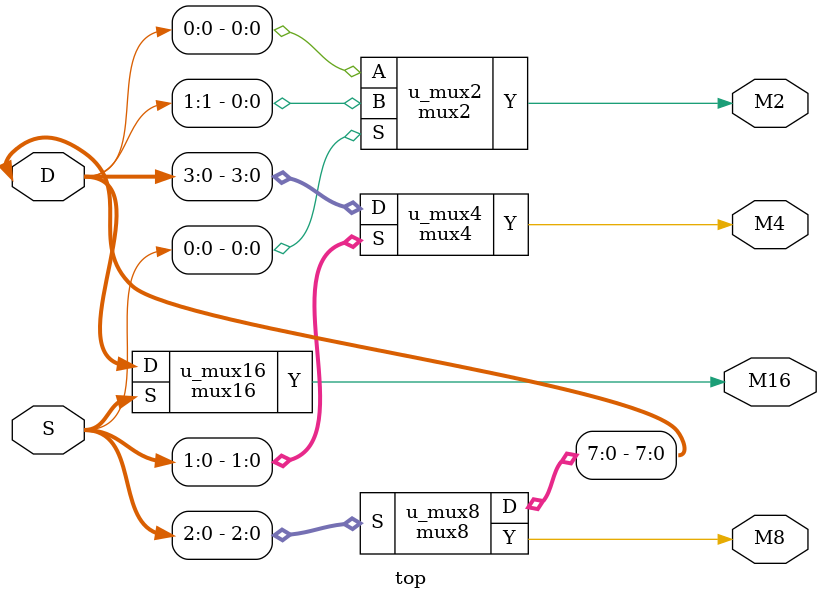
<source format=v>
module mux2 (S,A,B,Y);
    input S;
    input A,B;
    output reg Y;
`ifndef BUG

    always @(*)
		Y = (S)? B : A;
`else

    always @(*)
		Y = (~S)? B : A;
`endif
endmodule

module mux4 ( S, D, Y );

input[1:0] S;
input[3:0] D;
output Y;

reg Y;
wire[1:0] S;
wire[3:0] D;

always @*
begin
    casez( S )
       0 : Y = D[0];
       1 : Y = D[1];
`ifndef BUG
       2 : Y = D[2];
`else
       2 : Y = D[3];
`endif
       3 : Y = D[3];
   endcase
end

endmodule

module mux8 ( S, D, Y );

input[2:0] S;
inout[7:0] D;
output Y;

reg Y;
wire[2:0] S;
wire[7:0] D;

always @*
begin
   casex( S )
       0 : Y = D[0];
       1 : Y = D[1];
       2 : Y = D[2];
       3 : Y = D[3];
`ifndef BUG
       4 : Y = D[4];
`else
       4 : Y = D[7];
`endif
       5 : Y = D[5];
       6 : Y = D[6];
       7 : Y = D[7];
   endcase
end

endmodule

module mux16 (D, S, Y);
 	input  [15:0] D;
 	input  [3:0] S;
 	output Y;

assign Y = D[S];

endmodule


module top (
input [3:0] S,
input [15:0] D,
output M2,M4,M8,M16
);
parameter u = 0;

mux2 u_mux2 (
        .S (S[0]),
        .A (D[0]),
        .B (D[1]),
        .Y (M2)
    );


mux4 u_mux4 (
        .S (S[1:0]),
        .D (D[3:0]),
        .Y (M4)
    );

mux8 u_mux8 (
        .S (S[2:0]),
        .D (D[7:0]),
        .Y (M8)
    );

mux16 u_mux16 (
        .S (S[3:0]),
        .D (D[15:0]),
        .Y (M16)
    );

genvar index;
generate
for (index=0; index < 8; index=index+1)
  begin: gen_code_label
  end
endgenerate

genvar index;
generate
case( u )
       0 : begin end
       1 : begin end
       2 : begin end
       3 : begin end
   endcase
endgenerate

// reg angle;
// case (index)
// //Create the case statement
// 	1 :
// 	begin
//     generate
//     genvar caseIndex;
//         for (caseIndex = 0; caseIndex < 1024; caseIndex=caseIndex+1)
//             begin
//                 caseIndex: angle = 2*pi*caseIndex/1024;
//             end
//     endgenerate
//     end
// endcase

endmodule

</source>
